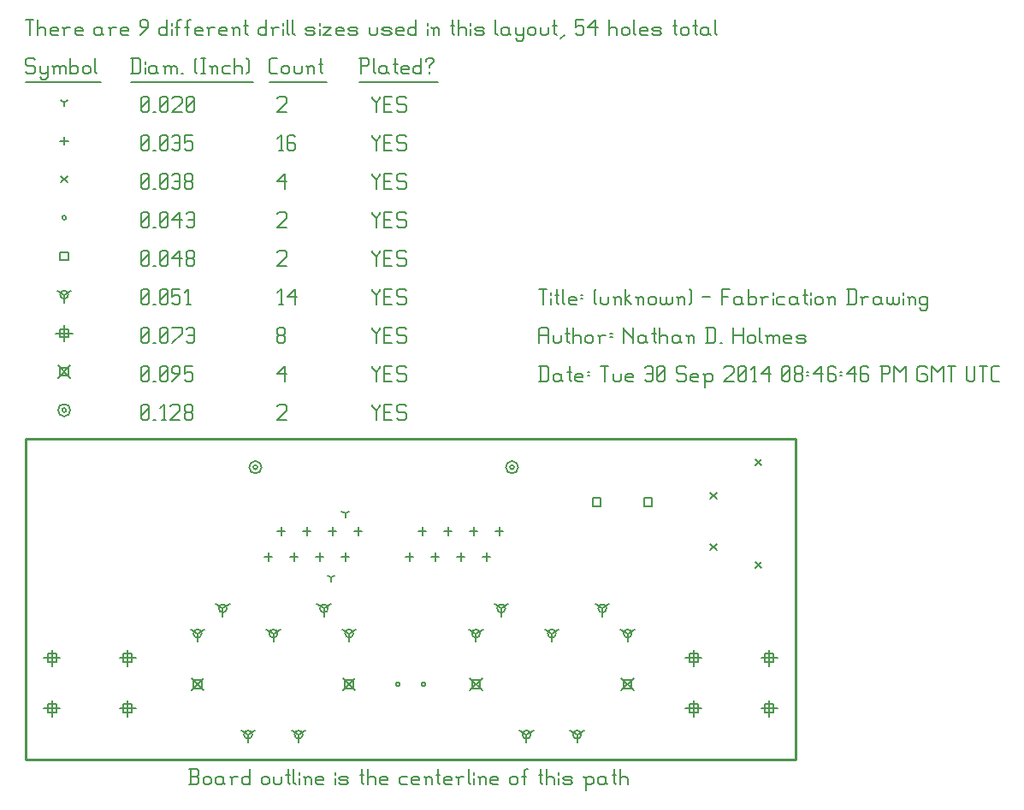
<source format=gbr>
G04 start of page 12 for group -3984 idx -3984 *
G04 Title: (unknown), fab *
G04 Creator: pcb 20110918 *
G04 CreationDate: Tue 30 Sep 2014 08:46:46 PM GMT UTC *
G04 For: ndholmes *
G04 Format: Gerber/RS-274X *
G04 PCB-Dimensions: 300000 125000 *
G04 PCB-Coordinate-Origin: lower left *
%MOIN*%
%FSLAX25Y25*%
%LNFAB*%
%ADD88C,0.0100*%
%ADD87C,0.0060*%
%ADD86C,0.0080*%
G54D86*X188700Y114000D02*G75*G03X190300Y114000I800J0D01*G01*
G75*G03X188700Y114000I-800J0D01*G01*
X187100D02*G75*G03X191900Y114000I2400J0D01*G01*
G75*G03X187100Y114000I-2400J0D01*G01*
X88700D02*G75*G03X90300Y114000I800J0D01*G01*
G75*G03X88700Y114000I-800J0D01*G01*
X87100D02*G75*G03X91900Y114000I2400J0D01*G01*
G75*G03X87100Y114000I-2400J0D01*G01*
X14200Y136250D02*G75*G03X15800Y136250I800J0D01*G01*
G75*G03X14200Y136250I-800J0D01*G01*
X12600D02*G75*G03X17400Y136250I2400J0D01*G01*
G75*G03X12600Y136250I-2400J0D01*G01*
G54D87*X135000Y138500D02*Y137750D01*
X136500Y136250D01*
X138000Y137750D01*
Y138500D02*Y137750D01*
X136500Y136250D02*Y132500D01*
X139800Y135500D02*X142050D01*
X139800Y132500D02*X142800D01*
X139800Y138500D02*Y132500D01*
Y138500D02*X142800D01*
X147600D02*X148350Y137750D01*
X145350Y138500D02*X147600D01*
X144600Y137750D02*X145350Y138500D01*
X144600Y137750D02*Y136250D01*
X145350Y135500D01*
X147600D01*
X148350Y134750D01*
Y133250D01*
X147600Y132500D02*X148350Y133250D01*
X145350Y132500D02*X147600D01*
X144600Y133250D02*X145350Y132500D01*
X98000Y137750D02*X98750Y138500D01*
X101000D01*
X101750Y137750D01*
Y136250D01*
X98000Y132500D02*X101750Y136250D01*
X98000Y132500D02*X101750D01*
X45000Y133250D02*X45750Y132500D01*
X45000Y137750D02*Y133250D01*
Y137750D02*X45750Y138500D01*
X47250D01*
X48000Y137750D01*
Y133250D01*
X47250Y132500D02*X48000Y133250D01*
X45750Y132500D02*X47250D01*
X45000Y134000D02*X48000Y137000D01*
X49800Y132500D02*X50550D01*
X53100D02*X54600D01*
X53850Y138500D02*Y132500D01*
X52350Y137000D02*X53850Y138500D01*
X56400Y137750D02*X57150Y138500D01*
X59400D01*
X60150Y137750D01*
Y136250D01*
X56400Y132500D02*X60150Y136250D01*
X56400Y132500D02*X60150D01*
X61950Y133250D02*X62700Y132500D01*
X61950Y134750D02*Y133250D01*
Y134750D02*X62700Y135500D01*
X64200D01*
X64950Y134750D01*
Y133250D01*
X64200Y132500D02*X64950Y133250D01*
X62700Y132500D02*X64200D01*
X61950Y136250D02*X62700Y135500D01*
X61950Y137750D02*Y136250D01*
Y137750D02*X62700Y138500D01*
X64200D01*
X64950Y137750D01*
Y136250D01*
X64200Y135500D02*X64950Y136250D01*
X232150Y31900D02*X236950Y27100D01*
X232150D02*X236950Y31900D01*
X232950Y31100D02*X236150D01*
X232950D02*Y27900D01*
X236150D01*
Y31100D02*Y27900D01*
X173050Y31900D02*X177850Y27100D01*
X173050D02*X177850Y31900D01*
X173850Y31100D02*X177050D01*
X173850D02*Y27900D01*
X177050D01*
Y31100D02*Y27900D01*
X123650Y31900D02*X128450Y27100D01*
X123650D02*X128450Y31900D01*
X124450Y31100D02*X127650D01*
X124450D02*Y27900D01*
X127650D01*
Y31100D02*Y27900D01*
X64550Y31900D02*X69350Y27100D01*
X64550D02*X69350Y31900D01*
X65350Y31100D02*X68550D01*
X65350D02*Y27900D01*
X68550D01*
Y31100D02*Y27900D01*
X12600Y153650D02*X17400Y148850D01*
X12600D02*X17400Y153650D01*
X13400Y152850D02*X16600D01*
X13400D02*Y149650D01*
X16600D01*
Y152850D02*Y149650D01*
X135000Y153500D02*Y152750D01*
X136500Y151250D01*
X138000Y152750D01*
Y153500D02*Y152750D01*
X136500Y151250D02*Y147500D01*
X139800Y150500D02*X142050D01*
X139800Y147500D02*X142800D01*
X139800Y153500D02*Y147500D01*
Y153500D02*X142800D01*
X147600D02*X148350Y152750D01*
X145350Y153500D02*X147600D01*
X144600Y152750D02*X145350Y153500D01*
X144600Y152750D02*Y151250D01*
X145350Y150500D01*
X147600D01*
X148350Y149750D01*
Y148250D01*
X147600Y147500D02*X148350Y148250D01*
X145350Y147500D02*X147600D01*
X144600Y148250D02*X145350Y147500D01*
X98000Y150500D02*X101000Y153500D01*
X98000Y150500D02*X101750D01*
X101000Y153500D02*Y147500D01*
X45000Y148250D02*X45750Y147500D01*
X45000Y152750D02*Y148250D01*
Y152750D02*X45750Y153500D01*
X47250D01*
X48000Y152750D01*
Y148250D01*
X47250Y147500D02*X48000Y148250D01*
X45750Y147500D02*X47250D01*
X45000Y149000D02*X48000Y152000D01*
X49800Y147500D02*X50550D01*
X52350Y148250D02*X53100Y147500D01*
X52350Y152750D02*Y148250D01*
Y152750D02*X53100Y153500D01*
X54600D01*
X55350Y152750D01*
Y148250D01*
X54600Y147500D02*X55350Y148250D01*
X53100Y147500D02*X54600D01*
X52350Y149000D02*X55350Y152000D01*
X57150Y147500D02*X60150Y150500D01*
Y152750D02*Y150500D01*
X59400Y153500D02*X60150Y152750D01*
X57900Y153500D02*X59400D01*
X57150Y152750D02*X57900Y153500D01*
X57150Y152750D02*Y151250D01*
X57900Y150500D01*
X60150D01*
X61950Y153500D02*X64950D01*
X61950D02*Y150500D01*
X62700Y151250D01*
X64200D01*
X64950Y150500D01*
Y148250D01*
X64200Y147500D02*X64950Y148250D01*
X62700Y147500D02*X64200D01*
X61950Y148250D02*X62700Y147500D01*
X10250Y23200D02*Y16800D01*
X7050Y20000D02*X13450D01*
X8650Y21600D02*X11850D01*
X8650D02*Y18400D01*
X11850D01*
Y21600D02*Y18400D01*
X10250Y42900D02*Y36500D01*
X7050Y39700D02*X13450D01*
X8650Y41300D02*X11850D01*
X8650D02*Y38100D01*
X11850D01*
Y41300D02*Y38100D01*
X39750Y23200D02*Y16800D01*
X36550Y20000D02*X42950D01*
X38150Y21600D02*X41350D01*
X38150D02*Y18400D01*
X41350D01*
Y21600D02*Y18400D01*
X39750Y42900D02*Y36500D01*
X36550Y39700D02*X42950D01*
X38150Y41300D02*X41350D01*
X38150D02*Y38100D01*
X41350D01*
Y41300D02*Y38100D01*
X260250Y23200D02*Y16800D01*
X257050Y20000D02*X263450D01*
X258650Y21600D02*X261850D01*
X258650D02*Y18400D01*
X261850D01*
Y21600D02*Y18400D01*
X260250Y42900D02*Y36500D01*
X257050Y39700D02*X263450D01*
X258650Y41300D02*X261850D01*
X258650D02*Y38100D01*
X261850D01*
Y41300D02*Y38100D01*
X289750Y23200D02*Y16800D01*
X286550Y20000D02*X292950D01*
X288150Y21600D02*X291350D01*
X288150D02*Y18400D01*
X291350D01*
Y21600D02*Y18400D01*
X289750Y42900D02*Y36500D01*
X286550Y39700D02*X292950D01*
X288150Y41300D02*X291350D01*
X288150D02*Y38100D01*
X291350D01*
Y41300D02*Y38100D01*
X15000Y169450D02*Y163050D01*
X11800Y166250D02*X18200D01*
X13400Y167850D02*X16600D01*
X13400D02*Y164650D01*
X16600D01*
Y167850D02*Y164650D01*
X135000Y168500D02*Y167750D01*
X136500Y166250D01*
X138000Y167750D01*
Y168500D02*Y167750D01*
X136500Y166250D02*Y162500D01*
X139800Y165500D02*X142050D01*
X139800Y162500D02*X142800D01*
X139800Y168500D02*Y162500D01*
Y168500D02*X142800D01*
X147600D02*X148350Y167750D01*
X145350Y168500D02*X147600D01*
X144600Y167750D02*X145350Y168500D01*
X144600Y167750D02*Y166250D01*
X145350Y165500D01*
X147600D01*
X148350Y164750D01*
Y163250D01*
X147600Y162500D02*X148350Y163250D01*
X145350Y162500D02*X147600D01*
X144600Y163250D02*X145350Y162500D01*
X98000Y163250D02*X98750Y162500D01*
X98000Y164750D02*Y163250D01*
Y164750D02*X98750Y165500D01*
X100250D01*
X101000Y164750D01*
Y163250D01*
X100250Y162500D02*X101000Y163250D01*
X98750Y162500D02*X100250D01*
X98000Y166250D02*X98750Y165500D01*
X98000Y167750D02*Y166250D01*
Y167750D02*X98750Y168500D01*
X100250D01*
X101000Y167750D01*
Y166250D01*
X100250Y165500D02*X101000Y166250D01*
X45000Y163250D02*X45750Y162500D01*
X45000Y167750D02*Y163250D01*
Y167750D02*X45750Y168500D01*
X47250D01*
X48000Y167750D01*
Y163250D01*
X47250Y162500D02*X48000Y163250D01*
X45750Y162500D02*X47250D01*
X45000Y164000D02*X48000Y167000D01*
X49800Y162500D02*X50550D01*
X52350Y163250D02*X53100Y162500D01*
X52350Y167750D02*Y163250D01*
Y167750D02*X53100Y168500D01*
X54600D01*
X55350Y167750D01*
Y163250D01*
X54600Y162500D02*X55350Y163250D01*
X53100Y162500D02*X54600D01*
X52350Y164000D02*X55350Y167000D01*
X57150Y162500D02*X60900Y166250D01*
Y168500D02*Y166250D01*
X57150Y168500D02*X60900D01*
X62700Y167750D02*X63450Y168500D01*
X64950D01*
X65700Y167750D01*
Y163250D01*
X64950Y162500D02*X65700Y163250D01*
X63450Y162500D02*X64950D01*
X62700Y163250D02*X63450Y162500D01*
Y165500D02*X65700D01*
X214850Y9800D02*Y6600D01*
Y9800D02*X217623Y11400D01*
X214850Y9800D02*X212077Y11400D01*
X213250Y9800D02*G75*G03X216450Y9800I1600J0D01*G01*
G75*G03X213250Y9800I-1600J0D01*G01*
X195150D02*Y6600D01*
Y9800D02*X197923Y11400D01*
X195150Y9800D02*X192377Y11400D01*
X193550Y9800D02*G75*G03X196750Y9800I1600J0D01*G01*
G75*G03X193550Y9800I-1600J0D01*G01*
X234550Y49200D02*Y46000D01*
Y49200D02*X237323Y50800D01*
X234550Y49200D02*X231777Y50800D01*
X232950Y49200D02*G75*G03X236150Y49200I1600J0D01*G01*
G75*G03X232950Y49200I-1600J0D01*G01*
X205000D02*Y46000D01*
Y49200D02*X207773Y50800D01*
X205000Y49200D02*X202227Y50800D01*
X203400Y49200D02*G75*G03X206600Y49200I1600J0D01*G01*
G75*G03X203400Y49200I-1600J0D01*G01*
X175450D02*Y46000D01*
Y49200D02*X178223Y50800D01*
X175450Y49200D02*X172677Y50800D01*
X173850Y49200D02*G75*G03X177050Y49200I1600J0D01*G01*
G75*G03X173850Y49200I-1600J0D01*G01*
X224700Y59000D02*Y55800D01*
Y59000D02*X227473Y60600D01*
X224700Y59000D02*X221927Y60600D01*
X223100Y59000D02*G75*G03X226300Y59000I1600J0D01*G01*
G75*G03X223100Y59000I-1600J0D01*G01*
X185300D02*Y55800D01*
Y59000D02*X188073Y60600D01*
X185300Y59000D02*X182527Y60600D01*
X183700Y59000D02*G75*G03X186900Y59000I1600J0D01*G01*
G75*G03X183700Y59000I-1600J0D01*G01*
X106350Y9800D02*Y6600D01*
Y9800D02*X109123Y11400D01*
X106350Y9800D02*X103577Y11400D01*
X104750Y9800D02*G75*G03X107950Y9800I1600J0D01*G01*
G75*G03X104750Y9800I-1600J0D01*G01*
X86650D02*Y6600D01*
Y9800D02*X89423Y11400D01*
X86650Y9800D02*X83877Y11400D01*
X85050Y9800D02*G75*G03X88250Y9800I1600J0D01*G01*
G75*G03X85050Y9800I-1600J0D01*G01*
X126050Y49200D02*Y46000D01*
Y49200D02*X128823Y50800D01*
X126050Y49200D02*X123277Y50800D01*
X124450Y49200D02*G75*G03X127650Y49200I1600J0D01*G01*
G75*G03X124450Y49200I-1600J0D01*G01*
X96500D02*Y46000D01*
Y49200D02*X99273Y50800D01*
X96500Y49200D02*X93727Y50800D01*
X94900Y49200D02*G75*G03X98100Y49200I1600J0D01*G01*
G75*G03X94900Y49200I-1600J0D01*G01*
X66950D02*Y46000D01*
Y49200D02*X69723Y50800D01*
X66950Y49200D02*X64177Y50800D01*
X65350Y49200D02*G75*G03X68550Y49200I1600J0D01*G01*
G75*G03X65350Y49200I-1600J0D01*G01*
X116200Y59000D02*Y55800D01*
Y59000D02*X118973Y60600D01*
X116200Y59000D02*X113427Y60600D01*
X114600Y59000D02*G75*G03X117800Y59000I1600J0D01*G01*
G75*G03X114600Y59000I-1600J0D01*G01*
X76800D02*Y55800D01*
Y59000D02*X79573Y60600D01*
X76800Y59000D02*X74027Y60600D01*
X75200Y59000D02*G75*G03X78400Y59000I1600J0D01*G01*
G75*G03X75200Y59000I-1600J0D01*G01*
X15000Y181250D02*Y178050D01*
Y181250D02*X17773Y182850D01*
X15000Y181250D02*X12227Y182850D01*
X13400Y181250D02*G75*G03X16600Y181250I1600J0D01*G01*
G75*G03X13400Y181250I-1600J0D01*G01*
X135000Y183500D02*Y182750D01*
X136500Y181250D01*
X138000Y182750D01*
Y183500D02*Y182750D01*
X136500Y181250D02*Y177500D01*
X139800Y180500D02*X142050D01*
X139800Y177500D02*X142800D01*
X139800Y183500D02*Y177500D01*
Y183500D02*X142800D01*
X147600D02*X148350Y182750D01*
X145350Y183500D02*X147600D01*
X144600Y182750D02*X145350Y183500D01*
X144600Y182750D02*Y181250D01*
X145350Y180500D01*
X147600D01*
X148350Y179750D01*
Y178250D01*
X147600Y177500D02*X148350Y178250D01*
X145350Y177500D02*X147600D01*
X144600Y178250D02*X145350Y177500D01*
X98750D02*X100250D01*
X99500Y183500D02*Y177500D01*
X98000Y182000D02*X99500Y183500D01*
X102050Y180500D02*X105050Y183500D01*
X102050Y180500D02*X105800D01*
X105050Y183500D02*Y177500D01*
X45000Y178250D02*X45750Y177500D01*
X45000Y182750D02*Y178250D01*
Y182750D02*X45750Y183500D01*
X47250D01*
X48000Y182750D01*
Y178250D01*
X47250Y177500D02*X48000Y178250D01*
X45750Y177500D02*X47250D01*
X45000Y179000D02*X48000Y182000D01*
X49800Y177500D02*X50550D01*
X52350Y178250D02*X53100Y177500D01*
X52350Y182750D02*Y178250D01*
Y182750D02*X53100Y183500D01*
X54600D01*
X55350Y182750D01*
Y178250D01*
X54600Y177500D02*X55350Y178250D01*
X53100Y177500D02*X54600D01*
X52350Y179000D02*X55350Y182000D01*
X57150Y183500D02*X60150D01*
X57150D02*Y180500D01*
X57900Y181250D01*
X59400D01*
X60150Y180500D01*
Y178250D01*
X59400Y177500D02*X60150Y178250D01*
X57900Y177500D02*X59400D01*
X57150Y178250D02*X57900Y177500D01*
X62700D02*X64200D01*
X63450Y183500D02*Y177500D01*
X61950Y182000D02*X63450Y183500D01*
X240900Y102100D02*X244100D01*
X240900D02*Y98900D01*
X244100D01*
Y102100D02*Y98900D01*
X220900Y102100D02*X224100D01*
X220900D02*Y98900D01*
X224100D01*
Y102100D02*Y98900D01*
X13400Y197850D02*X16600D01*
X13400D02*Y194650D01*
X16600D01*
Y197850D02*Y194650D01*
X135000Y198500D02*Y197750D01*
X136500Y196250D01*
X138000Y197750D01*
Y198500D02*Y197750D01*
X136500Y196250D02*Y192500D01*
X139800Y195500D02*X142050D01*
X139800Y192500D02*X142800D01*
X139800Y198500D02*Y192500D01*
Y198500D02*X142800D01*
X147600D02*X148350Y197750D01*
X145350Y198500D02*X147600D01*
X144600Y197750D02*X145350Y198500D01*
X144600Y197750D02*Y196250D01*
X145350Y195500D01*
X147600D01*
X148350Y194750D01*
Y193250D01*
X147600Y192500D02*X148350Y193250D01*
X145350Y192500D02*X147600D01*
X144600Y193250D02*X145350Y192500D01*
X98000Y197750D02*X98750Y198500D01*
X101000D01*
X101750Y197750D01*
Y196250D01*
X98000Y192500D02*X101750Y196250D01*
X98000Y192500D02*X101750D01*
X45000Y193250D02*X45750Y192500D01*
X45000Y197750D02*Y193250D01*
Y197750D02*X45750Y198500D01*
X47250D01*
X48000Y197750D01*
Y193250D01*
X47250Y192500D02*X48000Y193250D01*
X45750Y192500D02*X47250D01*
X45000Y194000D02*X48000Y197000D01*
X49800Y192500D02*X50550D01*
X52350Y193250D02*X53100Y192500D01*
X52350Y197750D02*Y193250D01*
Y197750D02*X53100Y198500D01*
X54600D01*
X55350Y197750D01*
Y193250D01*
X54600Y192500D02*X55350Y193250D01*
X53100Y192500D02*X54600D01*
X52350Y194000D02*X55350Y197000D01*
X57150Y195500D02*X60150Y198500D01*
X57150Y195500D02*X60900D01*
X60150Y198500D02*Y192500D01*
X62700Y193250D02*X63450Y192500D01*
X62700Y194750D02*Y193250D01*
Y194750D02*X63450Y195500D01*
X64950D01*
X65700Y194750D01*
Y193250D01*
X64950Y192500D02*X65700Y193250D01*
X63450Y192500D02*X64950D01*
X62700Y196250D02*X63450Y195500D01*
X62700Y197750D02*Y196250D01*
Y197750D02*X63450Y198500D01*
X64950D01*
X65700Y197750D01*
Y196250D01*
X64950Y195500D02*X65700Y196250D01*
X144200Y29500D02*G75*G03X145800Y29500I800J0D01*G01*
G75*G03X144200Y29500I-800J0D01*G01*
X154200D02*G75*G03X155800Y29500I800J0D01*G01*
G75*G03X154200Y29500I-800J0D01*G01*
X14200Y211250D02*G75*G03X15800Y211250I800J0D01*G01*
G75*G03X14200Y211250I-800J0D01*G01*
X135000Y213500D02*Y212750D01*
X136500Y211250D01*
X138000Y212750D01*
Y213500D02*Y212750D01*
X136500Y211250D02*Y207500D01*
X139800Y210500D02*X142050D01*
X139800Y207500D02*X142800D01*
X139800Y213500D02*Y207500D01*
Y213500D02*X142800D01*
X147600D02*X148350Y212750D01*
X145350Y213500D02*X147600D01*
X144600Y212750D02*X145350Y213500D01*
X144600Y212750D02*Y211250D01*
X145350Y210500D01*
X147600D01*
X148350Y209750D01*
Y208250D01*
X147600Y207500D02*X148350Y208250D01*
X145350Y207500D02*X147600D01*
X144600Y208250D02*X145350Y207500D01*
X98000Y212750D02*X98750Y213500D01*
X101000D01*
X101750Y212750D01*
Y211250D01*
X98000Y207500D02*X101750Y211250D01*
X98000Y207500D02*X101750D01*
X45000Y208250D02*X45750Y207500D01*
X45000Y212750D02*Y208250D01*
Y212750D02*X45750Y213500D01*
X47250D01*
X48000Y212750D01*
Y208250D01*
X47250Y207500D02*X48000Y208250D01*
X45750Y207500D02*X47250D01*
X45000Y209000D02*X48000Y212000D01*
X49800Y207500D02*X50550D01*
X52350Y208250D02*X53100Y207500D01*
X52350Y212750D02*Y208250D01*
Y212750D02*X53100Y213500D01*
X54600D01*
X55350Y212750D01*
Y208250D01*
X54600Y207500D02*X55350Y208250D01*
X53100Y207500D02*X54600D01*
X52350Y209000D02*X55350Y212000D01*
X57150Y210500D02*X60150Y213500D01*
X57150Y210500D02*X60900D01*
X60150Y213500D02*Y207500D01*
X62700Y212750D02*X63450Y213500D01*
X64950D01*
X65700Y212750D01*
Y208250D01*
X64950Y207500D02*X65700Y208250D01*
X63450Y207500D02*X64950D01*
X62700Y208250D02*X63450Y207500D01*
Y210500D02*X65700D01*
X284300Y77200D02*X286700Y74800D01*
X284300D02*X286700Y77200D01*
X284300Y117200D02*X286700Y114800D01*
X284300D02*X286700Y117200D01*
X266800Y104200D02*X269200Y101800D01*
X266800D02*X269200Y104200D01*
X266800Y84200D02*X269200Y81800D01*
X266800D02*X269200Y84200D01*
X13800Y227450D02*X16200Y225050D01*
X13800D02*X16200Y227450D01*
X135000Y228500D02*Y227750D01*
X136500Y226250D01*
X138000Y227750D01*
Y228500D02*Y227750D01*
X136500Y226250D02*Y222500D01*
X139800Y225500D02*X142050D01*
X139800Y222500D02*X142800D01*
X139800Y228500D02*Y222500D01*
Y228500D02*X142800D01*
X147600D02*X148350Y227750D01*
X145350Y228500D02*X147600D01*
X144600Y227750D02*X145350Y228500D01*
X144600Y227750D02*Y226250D01*
X145350Y225500D01*
X147600D01*
X148350Y224750D01*
Y223250D01*
X147600Y222500D02*X148350Y223250D01*
X145350Y222500D02*X147600D01*
X144600Y223250D02*X145350Y222500D01*
X98000Y225500D02*X101000Y228500D01*
X98000Y225500D02*X101750D01*
X101000Y228500D02*Y222500D01*
X45000Y223250D02*X45750Y222500D01*
X45000Y227750D02*Y223250D01*
Y227750D02*X45750Y228500D01*
X47250D01*
X48000Y227750D01*
Y223250D01*
X47250Y222500D02*X48000Y223250D01*
X45750Y222500D02*X47250D01*
X45000Y224000D02*X48000Y227000D01*
X49800Y222500D02*X50550D01*
X52350Y223250D02*X53100Y222500D01*
X52350Y227750D02*Y223250D01*
Y227750D02*X53100Y228500D01*
X54600D01*
X55350Y227750D01*
Y223250D01*
X54600Y222500D02*X55350Y223250D01*
X53100Y222500D02*X54600D01*
X52350Y224000D02*X55350Y227000D01*
X57150Y227750D02*X57900Y228500D01*
X59400D01*
X60150Y227750D01*
Y223250D01*
X59400Y222500D02*X60150Y223250D01*
X57900Y222500D02*X59400D01*
X57150Y223250D02*X57900Y222500D01*
Y225500D02*X60150D01*
X61950Y223250D02*X62700Y222500D01*
X61950Y224750D02*Y223250D01*
Y224750D02*X62700Y225500D01*
X64200D01*
X64950Y224750D01*
Y223250D01*
X64200Y222500D02*X64950Y223250D01*
X62700Y222500D02*X64200D01*
X61950Y226250D02*X62700Y225500D01*
X61950Y227750D02*Y226250D01*
Y227750D02*X62700Y228500D01*
X64200D01*
X64950Y227750D01*
Y226250D01*
X64200Y225500D02*X64950Y226250D01*
X184500Y90600D02*Y87400D01*
X182900Y89000D02*X186100D01*
X179500Y80600D02*Y77400D01*
X177900Y79000D02*X181100D01*
X174500Y90600D02*Y87400D01*
X172900Y89000D02*X176100D01*
X169500Y80600D02*Y77400D01*
X167900Y79000D02*X171100D01*
X164500Y90600D02*Y87400D01*
X162900Y89000D02*X166100D01*
X159500Y80600D02*Y77400D01*
X157900Y79000D02*X161100D01*
X154500Y90600D02*Y87400D01*
X152900Y89000D02*X156100D01*
X149500Y80600D02*Y77400D01*
X147900Y79000D02*X151100D01*
X129500Y90600D02*Y87400D01*
X127900Y89000D02*X131100D01*
X124500Y80600D02*Y77400D01*
X122900Y79000D02*X126100D01*
X119500Y90600D02*Y87400D01*
X117900Y89000D02*X121100D01*
X114500Y80600D02*Y77400D01*
X112900Y79000D02*X116100D01*
X109500Y90600D02*Y87400D01*
X107900Y89000D02*X111100D01*
X104500Y80600D02*Y77400D01*
X102900Y79000D02*X106100D01*
X99500Y90600D02*Y87400D01*
X97900Y89000D02*X101100D01*
X94500Y80600D02*Y77400D01*
X92900Y79000D02*X96100D01*
X15000Y242850D02*Y239650D01*
X13400Y241250D02*X16600D01*
X135000Y243500D02*Y242750D01*
X136500Y241250D01*
X138000Y242750D01*
Y243500D02*Y242750D01*
X136500Y241250D02*Y237500D01*
X139800Y240500D02*X142050D01*
X139800Y237500D02*X142800D01*
X139800Y243500D02*Y237500D01*
Y243500D02*X142800D01*
X147600D02*X148350Y242750D01*
X145350Y243500D02*X147600D01*
X144600Y242750D02*X145350Y243500D01*
X144600Y242750D02*Y241250D01*
X145350Y240500D01*
X147600D01*
X148350Y239750D01*
Y238250D01*
X147600Y237500D02*X148350Y238250D01*
X145350Y237500D02*X147600D01*
X144600Y238250D02*X145350Y237500D01*
X98750D02*X100250D01*
X99500Y243500D02*Y237500D01*
X98000Y242000D02*X99500Y243500D01*
X104300D02*X105050Y242750D01*
X102800Y243500D02*X104300D01*
X102050Y242750D02*X102800Y243500D01*
X102050Y242750D02*Y238250D01*
X102800Y237500D01*
X104300Y240500D02*X105050Y239750D01*
X102050Y240500D02*X104300D01*
X102800Y237500D02*X104300D01*
X105050Y238250D01*
Y239750D02*Y238250D01*
X45000D02*X45750Y237500D01*
X45000Y242750D02*Y238250D01*
Y242750D02*X45750Y243500D01*
X47250D01*
X48000Y242750D01*
Y238250D01*
X47250Y237500D02*X48000Y238250D01*
X45750Y237500D02*X47250D01*
X45000Y239000D02*X48000Y242000D01*
X49800Y237500D02*X50550D01*
X52350Y238250D02*X53100Y237500D01*
X52350Y242750D02*Y238250D01*
Y242750D02*X53100Y243500D01*
X54600D01*
X55350Y242750D01*
Y238250D01*
X54600Y237500D02*X55350Y238250D01*
X53100Y237500D02*X54600D01*
X52350Y239000D02*X55350Y242000D01*
X57150Y242750D02*X57900Y243500D01*
X59400D01*
X60150Y242750D01*
Y238250D01*
X59400Y237500D02*X60150Y238250D01*
X57900Y237500D02*X59400D01*
X57150Y238250D02*X57900Y237500D01*
Y240500D02*X60150D01*
X61950Y243500D02*X64950D01*
X61950D02*Y240500D01*
X62700Y241250D01*
X64200D01*
X64950Y240500D01*
Y238250D01*
X64200Y237500D02*X64950Y238250D01*
X62700Y237500D02*X64200D01*
X61950Y238250D02*X62700Y237500D01*
X124500Y96000D02*Y94400D01*
Y96000D02*X125887Y96800D01*
X124500Y96000D02*X123113Y96800D01*
X119000Y71000D02*Y69400D01*
Y71000D02*X120387Y71800D01*
X119000Y71000D02*X117613Y71800D01*
X15000Y256250D02*Y254650D01*
Y256250D02*X16387Y257050D01*
X15000Y256250D02*X13613Y257050D01*
X135000Y258500D02*Y257750D01*
X136500Y256250D01*
X138000Y257750D01*
Y258500D02*Y257750D01*
X136500Y256250D02*Y252500D01*
X139800Y255500D02*X142050D01*
X139800Y252500D02*X142800D01*
X139800Y258500D02*Y252500D01*
Y258500D02*X142800D01*
X147600D02*X148350Y257750D01*
X145350Y258500D02*X147600D01*
X144600Y257750D02*X145350Y258500D01*
X144600Y257750D02*Y256250D01*
X145350Y255500D01*
X147600D01*
X148350Y254750D01*
Y253250D01*
X147600Y252500D02*X148350Y253250D01*
X145350Y252500D02*X147600D01*
X144600Y253250D02*X145350Y252500D01*
X98000Y257750D02*X98750Y258500D01*
X101000D01*
X101750Y257750D01*
Y256250D01*
X98000Y252500D02*X101750Y256250D01*
X98000Y252500D02*X101750D01*
X45000Y253250D02*X45750Y252500D01*
X45000Y257750D02*Y253250D01*
Y257750D02*X45750Y258500D01*
X47250D01*
X48000Y257750D01*
Y253250D01*
X47250Y252500D02*X48000Y253250D01*
X45750Y252500D02*X47250D01*
X45000Y254000D02*X48000Y257000D01*
X49800Y252500D02*X50550D01*
X52350Y253250D02*X53100Y252500D01*
X52350Y257750D02*Y253250D01*
Y257750D02*X53100Y258500D01*
X54600D01*
X55350Y257750D01*
Y253250D01*
X54600Y252500D02*X55350Y253250D01*
X53100Y252500D02*X54600D01*
X52350Y254000D02*X55350Y257000D01*
X57150Y257750D02*X57900Y258500D01*
X60150D01*
X60900Y257750D01*
Y256250D01*
X57150Y252500D02*X60900Y256250D01*
X57150Y252500D02*X60900D01*
X62700Y253250D02*X63450Y252500D01*
X62700Y257750D02*Y253250D01*
Y257750D02*X63450Y258500D01*
X64950D01*
X65700Y257750D01*
Y253250D01*
X64950Y252500D02*X65700Y253250D01*
X63450Y252500D02*X64950D01*
X62700Y254000D02*X65700Y257000D01*
X3000Y273500D02*X3750Y272750D01*
X750Y273500D02*X3000D01*
X0Y272750D02*X750Y273500D01*
X0Y272750D02*Y271250D01*
X750Y270500D01*
X3000D01*
X3750Y269750D01*
Y268250D01*
X3000Y267500D02*X3750Y268250D01*
X750Y267500D02*X3000D01*
X0Y268250D02*X750Y267500D01*
X5550Y270500D02*Y268250D01*
X6300Y267500D01*
X8550Y270500D02*Y266000D01*
X7800Y265250D02*X8550Y266000D01*
X6300Y265250D02*X7800D01*
X5550Y266000D02*X6300Y265250D01*
Y267500D02*X7800D01*
X8550Y268250D01*
X11100Y269750D02*Y267500D01*
Y269750D02*X11850Y270500D01*
X12600D01*
X13350Y269750D01*
Y267500D01*
Y269750D02*X14100Y270500D01*
X14850D01*
X15600Y269750D01*
Y267500D01*
X10350Y270500D02*X11100Y269750D01*
X17400Y273500D02*Y267500D01*
Y268250D02*X18150Y267500D01*
X19650D01*
X20400Y268250D01*
Y269750D02*Y268250D01*
X19650Y270500D02*X20400Y269750D01*
X18150Y270500D02*X19650D01*
X17400Y269750D02*X18150Y270500D01*
X22200Y269750D02*Y268250D01*
Y269750D02*X22950Y270500D01*
X24450D01*
X25200Y269750D01*
Y268250D01*
X24450Y267500D02*X25200Y268250D01*
X22950Y267500D02*X24450D01*
X22200Y268250D02*X22950Y267500D01*
X27000Y273500D02*Y268250D01*
X27750Y267500D01*
X0Y264250D02*X29250D01*
X41750Y273500D02*Y267500D01*
X44000Y273500D02*X44750Y272750D01*
Y268250D01*
X44000Y267500D02*X44750Y268250D01*
X41000Y267500D02*X44000D01*
X41000Y273500D02*X44000D01*
X46550Y272000D02*Y271250D01*
Y269750D02*Y267500D01*
X50300Y270500D02*X51050Y269750D01*
X48800Y270500D02*X50300D01*
X48050Y269750D02*X48800Y270500D01*
X48050Y269750D02*Y268250D01*
X48800Y267500D01*
X51050Y270500D02*Y268250D01*
X51800Y267500D01*
X48800D02*X50300D01*
X51050Y268250D01*
X54350Y269750D02*Y267500D01*
Y269750D02*X55100Y270500D01*
X55850D01*
X56600Y269750D01*
Y267500D01*
Y269750D02*X57350Y270500D01*
X58100D01*
X58850Y269750D01*
Y267500D01*
X53600Y270500D02*X54350Y269750D01*
X60650Y267500D02*X61400D01*
X65900Y268250D02*X66650Y267500D01*
X65900Y272750D02*X66650Y273500D01*
X65900Y272750D02*Y268250D01*
X68450Y273500D02*X69950D01*
X69200D02*Y267500D01*
X68450D02*X69950D01*
X72500Y269750D02*Y267500D01*
Y269750D02*X73250Y270500D01*
X74000D01*
X74750Y269750D01*
Y267500D01*
X71750Y270500D02*X72500Y269750D01*
X77300Y270500D02*X79550D01*
X76550Y269750D02*X77300Y270500D01*
X76550Y269750D02*Y268250D01*
X77300Y267500D01*
X79550D01*
X81350Y273500D02*Y267500D01*
Y269750D02*X82100Y270500D01*
X83600D01*
X84350Y269750D01*
Y267500D01*
X86150Y273500D02*X86900Y272750D01*
Y268250D01*
X86150Y267500D02*X86900Y268250D01*
X41000Y264250D02*X88700D01*
X95750Y267500D02*X98000D01*
X95000Y268250D02*X95750Y267500D01*
X95000Y272750D02*Y268250D01*
Y272750D02*X95750Y273500D01*
X98000D01*
X99800Y269750D02*Y268250D01*
Y269750D02*X100550Y270500D01*
X102050D01*
X102800Y269750D01*
Y268250D01*
X102050Y267500D02*X102800Y268250D01*
X100550Y267500D02*X102050D01*
X99800Y268250D02*X100550Y267500D01*
X104600Y270500D02*Y268250D01*
X105350Y267500D01*
X106850D01*
X107600Y268250D01*
Y270500D02*Y268250D01*
X110150Y269750D02*Y267500D01*
Y269750D02*X110900Y270500D01*
X111650D01*
X112400Y269750D01*
Y267500D01*
X109400Y270500D02*X110150Y269750D01*
X114950Y273500D02*Y268250D01*
X115700Y267500D01*
X114200Y271250D02*X115700D01*
X95000Y264250D02*X117200D01*
X130750Y273500D02*Y267500D01*
X130000Y273500D02*X133000D01*
X133750Y272750D01*
Y271250D01*
X133000Y270500D02*X133750Y271250D01*
X130750Y270500D02*X133000D01*
X135550Y273500D02*Y268250D01*
X136300Y267500D01*
X140050Y270500D02*X140800Y269750D01*
X138550Y270500D02*X140050D01*
X137800Y269750D02*X138550Y270500D01*
X137800Y269750D02*Y268250D01*
X138550Y267500D01*
X140800Y270500D02*Y268250D01*
X141550Y267500D01*
X138550D02*X140050D01*
X140800Y268250D01*
X144100Y273500D02*Y268250D01*
X144850Y267500D01*
X143350Y271250D02*X144850D01*
X147100Y267500D02*X149350D01*
X146350Y268250D02*X147100Y267500D01*
X146350Y269750D02*Y268250D01*
Y269750D02*X147100Y270500D01*
X148600D01*
X149350Y269750D01*
X146350Y269000D02*X149350D01*
Y269750D02*Y269000D01*
X154150Y273500D02*Y267500D01*
X153400D02*X154150Y268250D01*
X151900Y267500D02*X153400D01*
X151150Y268250D02*X151900Y267500D01*
X151150Y269750D02*Y268250D01*
Y269750D02*X151900Y270500D01*
X153400D01*
X154150Y269750D01*
X157450Y270500D02*Y269750D01*
Y268250D02*Y267500D01*
X155950Y272750D02*Y272000D01*
Y272750D02*X156700Y273500D01*
X158200D01*
X158950Y272750D01*
Y272000D01*
X157450Y270500D02*X158950Y272000D01*
X130000Y264250D02*X160750D01*
X0Y288500D02*X3000D01*
X1500D02*Y282500D01*
X4800Y288500D02*Y282500D01*
Y284750D02*X5550Y285500D01*
X7050D01*
X7800Y284750D01*
Y282500D01*
X10350D02*X12600D01*
X9600Y283250D02*X10350Y282500D01*
X9600Y284750D02*Y283250D01*
Y284750D02*X10350Y285500D01*
X11850D01*
X12600Y284750D01*
X9600Y284000D02*X12600D01*
Y284750D02*Y284000D01*
X15150Y284750D02*Y282500D01*
Y284750D02*X15900Y285500D01*
X17400D01*
X14400D02*X15150Y284750D01*
X19950Y282500D02*X22200D01*
X19200Y283250D02*X19950Y282500D01*
X19200Y284750D02*Y283250D01*
Y284750D02*X19950Y285500D01*
X21450D01*
X22200Y284750D01*
X19200Y284000D02*X22200D01*
Y284750D02*Y284000D01*
X28950Y285500D02*X29700Y284750D01*
X27450Y285500D02*X28950D01*
X26700Y284750D02*X27450Y285500D01*
X26700Y284750D02*Y283250D01*
X27450Y282500D01*
X29700Y285500D02*Y283250D01*
X30450Y282500D01*
X27450D02*X28950D01*
X29700Y283250D01*
X33000Y284750D02*Y282500D01*
Y284750D02*X33750Y285500D01*
X35250D01*
X32250D02*X33000Y284750D01*
X37800Y282500D02*X40050D01*
X37050Y283250D02*X37800Y282500D01*
X37050Y284750D02*Y283250D01*
Y284750D02*X37800Y285500D01*
X39300D01*
X40050Y284750D01*
X37050Y284000D02*X40050D01*
Y284750D02*Y284000D01*
X44550Y282500D02*X47550Y285500D01*
Y287750D02*Y285500D01*
X46800Y288500D02*X47550Y287750D01*
X45300Y288500D02*X46800D01*
X44550Y287750D02*X45300Y288500D01*
X44550Y287750D02*Y286250D01*
X45300Y285500D01*
X47550D01*
X55050Y288500D02*Y282500D01*
X54300D02*X55050Y283250D01*
X52800Y282500D02*X54300D01*
X52050Y283250D02*X52800Y282500D01*
X52050Y284750D02*Y283250D01*
Y284750D02*X52800Y285500D01*
X54300D01*
X55050Y284750D01*
X56850Y287000D02*Y286250D01*
Y284750D02*Y282500D01*
X59100Y287750D02*Y282500D01*
Y287750D02*X59850Y288500D01*
X60600D01*
X58350Y285500D02*X59850D01*
X62850Y287750D02*Y282500D01*
Y287750D02*X63600Y288500D01*
X64350D01*
X62100Y285500D02*X63600D01*
X66600Y282500D02*X68850D01*
X65850Y283250D02*X66600Y282500D01*
X65850Y284750D02*Y283250D01*
Y284750D02*X66600Y285500D01*
X68100D01*
X68850Y284750D01*
X65850Y284000D02*X68850D01*
Y284750D02*Y284000D01*
X71400Y284750D02*Y282500D01*
Y284750D02*X72150Y285500D01*
X73650D01*
X70650D02*X71400Y284750D01*
X76200Y282500D02*X78450D01*
X75450Y283250D02*X76200Y282500D01*
X75450Y284750D02*Y283250D01*
Y284750D02*X76200Y285500D01*
X77700D01*
X78450Y284750D01*
X75450Y284000D02*X78450D01*
Y284750D02*Y284000D01*
X81000Y284750D02*Y282500D01*
Y284750D02*X81750Y285500D01*
X82500D01*
X83250Y284750D01*
Y282500D01*
X80250Y285500D02*X81000Y284750D01*
X85800Y288500D02*Y283250D01*
X86550Y282500D01*
X85050Y286250D02*X86550D01*
X93750Y288500D02*Y282500D01*
X93000D02*X93750Y283250D01*
X91500Y282500D02*X93000D01*
X90750Y283250D02*X91500Y282500D01*
X90750Y284750D02*Y283250D01*
Y284750D02*X91500Y285500D01*
X93000D01*
X93750Y284750D01*
X96300D02*Y282500D01*
Y284750D02*X97050Y285500D01*
X98550D01*
X95550D02*X96300Y284750D01*
X100350Y287000D02*Y286250D01*
Y284750D02*Y282500D01*
X101850Y288500D02*Y283250D01*
X102600Y282500D01*
X104100Y288500D02*Y283250D01*
X104850Y282500D01*
X109800D02*X112050D01*
X112800Y283250D01*
X112050Y284000D02*X112800Y283250D01*
X109800Y284000D02*X112050D01*
X109050Y284750D02*X109800Y284000D01*
X109050Y284750D02*X109800Y285500D01*
X112050D01*
X112800Y284750D01*
X109050Y283250D02*X109800Y282500D01*
X114600Y287000D02*Y286250D01*
Y284750D02*Y282500D01*
X116100Y285500D02*X119100D01*
X116100Y282500D02*X119100Y285500D01*
X116100Y282500D02*X119100D01*
X121650D02*X123900D01*
X120900Y283250D02*X121650Y282500D01*
X120900Y284750D02*Y283250D01*
Y284750D02*X121650Y285500D01*
X123150D01*
X123900Y284750D01*
X120900Y284000D02*X123900D01*
Y284750D02*Y284000D01*
X126450Y282500D02*X128700D01*
X129450Y283250D01*
X128700Y284000D02*X129450Y283250D01*
X126450Y284000D02*X128700D01*
X125700Y284750D02*X126450Y284000D01*
X125700Y284750D02*X126450Y285500D01*
X128700D01*
X129450Y284750D01*
X125700Y283250D02*X126450Y282500D01*
X133950Y285500D02*Y283250D01*
X134700Y282500D01*
X136200D01*
X136950Y283250D01*
Y285500D02*Y283250D01*
X139500Y282500D02*X141750D01*
X142500Y283250D01*
X141750Y284000D02*X142500Y283250D01*
X139500Y284000D02*X141750D01*
X138750Y284750D02*X139500Y284000D01*
X138750Y284750D02*X139500Y285500D01*
X141750D01*
X142500Y284750D01*
X138750Y283250D02*X139500Y282500D01*
X145050D02*X147300D01*
X144300Y283250D02*X145050Y282500D01*
X144300Y284750D02*Y283250D01*
Y284750D02*X145050Y285500D01*
X146550D01*
X147300Y284750D01*
X144300Y284000D02*X147300D01*
Y284750D02*Y284000D01*
X152100Y288500D02*Y282500D01*
X151350D02*X152100Y283250D01*
X149850Y282500D02*X151350D01*
X149100Y283250D02*X149850Y282500D01*
X149100Y284750D02*Y283250D01*
Y284750D02*X149850Y285500D01*
X151350D01*
X152100Y284750D01*
X156600Y287000D02*Y286250D01*
Y284750D02*Y282500D01*
X158850Y284750D02*Y282500D01*
Y284750D02*X159600Y285500D01*
X160350D01*
X161100Y284750D01*
Y282500D01*
X158100Y285500D02*X158850Y284750D01*
X166350Y288500D02*Y283250D01*
X167100Y282500D01*
X165600Y286250D02*X167100D01*
X168600Y288500D02*Y282500D01*
Y284750D02*X169350Y285500D01*
X170850D01*
X171600Y284750D01*
Y282500D01*
X173400Y287000D02*Y286250D01*
Y284750D02*Y282500D01*
X175650D02*X177900D01*
X178650Y283250D01*
X177900Y284000D02*X178650Y283250D01*
X175650Y284000D02*X177900D01*
X174900Y284750D02*X175650Y284000D01*
X174900Y284750D02*X175650Y285500D01*
X177900D01*
X178650Y284750D01*
X174900Y283250D02*X175650Y282500D01*
X183150Y288500D02*Y283250D01*
X183900Y282500D01*
X187650Y285500D02*X188400Y284750D01*
X186150Y285500D02*X187650D01*
X185400Y284750D02*X186150Y285500D01*
X185400Y284750D02*Y283250D01*
X186150Y282500D01*
X188400Y285500D02*Y283250D01*
X189150Y282500D01*
X186150D02*X187650D01*
X188400Y283250D01*
X190950Y285500D02*Y283250D01*
X191700Y282500D01*
X193950Y285500D02*Y281000D01*
X193200Y280250D02*X193950Y281000D01*
X191700Y280250D02*X193200D01*
X190950Y281000D02*X191700Y280250D01*
Y282500D02*X193200D01*
X193950Y283250D01*
X195750Y284750D02*Y283250D01*
Y284750D02*X196500Y285500D01*
X198000D01*
X198750Y284750D01*
Y283250D01*
X198000Y282500D02*X198750Y283250D01*
X196500Y282500D02*X198000D01*
X195750Y283250D02*X196500Y282500D01*
X200550Y285500D02*Y283250D01*
X201300Y282500D01*
X202800D01*
X203550Y283250D01*
Y285500D02*Y283250D01*
X206100Y288500D02*Y283250D01*
X206850Y282500D01*
X205350Y286250D02*X206850D01*
X208350Y281000D02*X209850Y282500D01*
X214350Y288500D02*X217350D01*
X214350D02*Y285500D01*
X215100Y286250D01*
X216600D01*
X217350Y285500D01*
Y283250D01*
X216600Y282500D02*X217350Y283250D01*
X215100Y282500D02*X216600D01*
X214350Y283250D02*X215100Y282500D01*
X219150Y285500D02*X222150Y288500D01*
X219150Y285500D02*X222900D01*
X222150Y288500D02*Y282500D01*
X227400Y288500D02*Y282500D01*
Y284750D02*X228150Y285500D01*
X229650D01*
X230400Y284750D01*
Y282500D01*
X232200Y284750D02*Y283250D01*
Y284750D02*X232950Y285500D01*
X234450D01*
X235200Y284750D01*
Y283250D01*
X234450Y282500D02*X235200Y283250D01*
X232950Y282500D02*X234450D01*
X232200Y283250D02*X232950Y282500D01*
X237000Y288500D02*Y283250D01*
X237750Y282500D01*
X240000D02*X242250D01*
X239250Y283250D02*X240000Y282500D01*
X239250Y284750D02*Y283250D01*
Y284750D02*X240000Y285500D01*
X241500D01*
X242250Y284750D01*
X239250Y284000D02*X242250D01*
Y284750D02*Y284000D01*
X244800Y282500D02*X247050D01*
X247800Y283250D01*
X247050Y284000D02*X247800Y283250D01*
X244800Y284000D02*X247050D01*
X244050Y284750D02*X244800Y284000D01*
X244050Y284750D02*X244800Y285500D01*
X247050D01*
X247800Y284750D01*
X244050Y283250D02*X244800Y282500D01*
X253050Y288500D02*Y283250D01*
X253800Y282500D01*
X252300Y286250D02*X253800D01*
X255300Y284750D02*Y283250D01*
Y284750D02*X256050Y285500D01*
X257550D01*
X258300Y284750D01*
Y283250D01*
X257550Y282500D02*X258300Y283250D01*
X256050Y282500D02*X257550D01*
X255300Y283250D02*X256050Y282500D01*
X260850Y288500D02*Y283250D01*
X261600Y282500D01*
X260100Y286250D02*X261600D01*
X265350Y285500D02*X266100Y284750D01*
X263850Y285500D02*X265350D01*
X263100Y284750D02*X263850Y285500D01*
X263100Y284750D02*Y283250D01*
X263850Y282500D01*
X266100Y285500D02*Y283250D01*
X266850Y282500D01*
X263850D02*X265350D01*
X266100Y283250D01*
X268650Y288500D02*Y283250D01*
X269400Y282500D01*
G54D88*X0Y0D02*X300000D01*
Y125000D01*
X0D01*
Y0D01*
G54D87*X63675Y-9500D02*X66675D01*
X67425Y-8750D01*
Y-7250D02*Y-8750D01*
X66675Y-6500D02*X67425Y-7250D01*
X64425Y-6500D02*X66675D01*
X64425Y-3500D02*Y-9500D01*
X63675Y-3500D02*X66675D01*
X67425Y-4250D01*
Y-5750D01*
X66675Y-6500D02*X67425Y-5750D01*
X69225Y-7250D02*Y-8750D01*
Y-7250D02*X69975Y-6500D01*
X71475D01*
X72225Y-7250D01*
Y-8750D01*
X71475Y-9500D02*X72225Y-8750D01*
X69975Y-9500D02*X71475D01*
X69225Y-8750D02*X69975Y-9500D01*
X76275Y-6500D02*X77025Y-7250D01*
X74775Y-6500D02*X76275D01*
X74025Y-7250D02*X74775Y-6500D01*
X74025Y-7250D02*Y-8750D01*
X74775Y-9500D01*
X77025Y-6500D02*Y-8750D01*
X77775Y-9500D01*
X74775D02*X76275D01*
X77025Y-8750D01*
X80325Y-7250D02*Y-9500D01*
Y-7250D02*X81075Y-6500D01*
X82575D01*
X79575D02*X80325Y-7250D01*
X87375Y-3500D02*Y-9500D01*
X86625D02*X87375Y-8750D01*
X85125Y-9500D02*X86625D01*
X84375Y-8750D02*X85125Y-9500D01*
X84375Y-7250D02*Y-8750D01*
Y-7250D02*X85125Y-6500D01*
X86625D01*
X87375Y-7250D01*
X91875D02*Y-8750D01*
Y-7250D02*X92625Y-6500D01*
X94125D01*
X94875Y-7250D01*
Y-8750D01*
X94125Y-9500D02*X94875Y-8750D01*
X92625Y-9500D02*X94125D01*
X91875Y-8750D02*X92625Y-9500D01*
X96675Y-6500D02*Y-8750D01*
X97425Y-9500D01*
X98925D01*
X99675Y-8750D01*
Y-6500D02*Y-8750D01*
X102225Y-3500D02*Y-8750D01*
X102975Y-9500D01*
X101475Y-5750D02*X102975D01*
X104475Y-3500D02*Y-8750D01*
X105225Y-9500D01*
X106725Y-5000D02*Y-5750D01*
Y-7250D02*Y-9500D01*
X108975Y-7250D02*Y-9500D01*
Y-7250D02*X109725Y-6500D01*
X110475D01*
X111225Y-7250D01*
Y-9500D01*
X108225Y-6500D02*X108975Y-7250D01*
X113775Y-9500D02*X116025D01*
X113025Y-8750D02*X113775Y-9500D01*
X113025Y-7250D02*Y-8750D01*
Y-7250D02*X113775Y-6500D01*
X115275D01*
X116025Y-7250D01*
X113025Y-8000D02*X116025D01*
Y-7250D02*Y-8000D01*
X120525Y-5000D02*Y-5750D01*
Y-7250D02*Y-9500D01*
X122775D02*X125025D01*
X125775Y-8750D01*
X125025Y-8000D02*X125775Y-8750D01*
X122775Y-8000D02*X125025D01*
X122025Y-7250D02*X122775Y-8000D01*
X122025Y-7250D02*X122775Y-6500D01*
X125025D01*
X125775Y-7250D01*
X122025Y-8750D02*X122775Y-9500D01*
X131025Y-3500D02*Y-8750D01*
X131775Y-9500D01*
X130275Y-5750D02*X131775D01*
X133275Y-3500D02*Y-9500D01*
Y-7250D02*X134025Y-6500D01*
X135525D01*
X136275Y-7250D01*
Y-9500D01*
X138825D02*X141075D01*
X138075Y-8750D02*X138825Y-9500D01*
X138075Y-7250D02*Y-8750D01*
Y-7250D02*X138825Y-6500D01*
X140325D01*
X141075Y-7250D01*
X138075Y-8000D02*X141075D01*
Y-7250D02*Y-8000D01*
X146325Y-6500D02*X148575D01*
X145575Y-7250D02*X146325Y-6500D01*
X145575Y-7250D02*Y-8750D01*
X146325Y-9500D01*
X148575D01*
X151125D02*X153375D01*
X150375Y-8750D02*X151125Y-9500D01*
X150375Y-7250D02*Y-8750D01*
Y-7250D02*X151125Y-6500D01*
X152625D01*
X153375Y-7250D01*
X150375Y-8000D02*X153375D01*
Y-7250D02*Y-8000D01*
X155925Y-7250D02*Y-9500D01*
Y-7250D02*X156675Y-6500D01*
X157425D01*
X158175Y-7250D01*
Y-9500D01*
X155175Y-6500D02*X155925Y-7250D01*
X160725Y-3500D02*Y-8750D01*
X161475Y-9500D01*
X159975Y-5750D02*X161475D01*
X163725Y-9500D02*X165975D01*
X162975Y-8750D02*X163725Y-9500D01*
X162975Y-7250D02*Y-8750D01*
Y-7250D02*X163725Y-6500D01*
X165225D01*
X165975Y-7250D01*
X162975Y-8000D02*X165975D01*
Y-7250D02*Y-8000D01*
X168525Y-7250D02*Y-9500D01*
Y-7250D02*X169275Y-6500D01*
X170775D01*
X167775D02*X168525Y-7250D01*
X172575Y-3500D02*Y-8750D01*
X173325Y-9500D01*
X174825Y-5000D02*Y-5750D01*
Y-7250D02*Y-9500D01*
X177075Y-7250D02*Y-9500D01*
Y-7250D02*X177825Y-6500D01*
X178575D01*
X179325Y-7250D01*
Y-9500D01*
X176325Y-6500D02*X177075Y-7250D01*
X181875Y-9500D02*X184125D01*
X181125Y-8750D02*X181875Y-9500D01*
X181125Y-7250D02*Y-8750D01*
Y-7250D02*X181875Y-6500D01*
X183375D01*
X184125Y-7250D01*
X181125Y-8000D02*X184125D01*
Y-7250D02*Y-8000D01*
X188625Y-7250D02*Y-8750D01*
Y-7250D02*X189375Y-6500D01*
X190875D01*
X191625Y-7250D01*
Y-8750D01*
X190875Y-9500D02*X191625Y-8750D01*
X189375Y-9500D02*X190875D01*
X188625Y-8750D02*X189375Y-9500D01*
X194175Y-4250D02*Y-9500D01*
Y-4250D02*X194925Y-3500D01*
X195675D01*
X193425Y-6500D02*X194925D01*
X200625Y-3500D02*Y-8750D01*
X201375Y-9500D01*
X199875Y-5750D02*X201375D01*
X202875Y-3500D02*Y-9500D01*
Y-7250D02*X203625Y-6500D01*
X205125D01*
X205875Y-7250D01*
Y-9500D01*
X207675Y-5000D02*Y-5750D01*
Y-7250D02*Y-9500D01*
X209925D02*X212175D01*
X212925Y-8750D01*
X212175Y-8000D02*X212925Y-8750D01*
X209925Y-8000D02*X212175D01*
X209175Y-7250D02*X209925Y-8000D01*
X209175Y-7250D02*X209925Y-6500D01*
X212175D01*
X212925Y-7250D01*
X209175Y-8750D02*X209925Y-9500D01*
X218175Y-7250D02*Y-11750D01*
X217425Y-6500D02*X218175Y-7250D01*
X218925Y-6500D01*
X220425D01*
X221175Y-7250D01*
Y-8750D01*
X220425Y-9500D02*X221175Y-8750D01*
X218925Y-9500D02*X220425D01*
X218175Y-8750D02*X218925Y-9500D01*
X225225Y-6500D02*X225975Y-7250D01*
X223725Y-6500D02*X225225D01*
X222975Y-7250D02*X223725Y-6500D01*
X222975Y-7250D02*Y-8750D01*
X223725Y-9500D01*
X225975Y-6500D02*Y-8750D01*
X226725Y-9500D01*
X223725D02*X225225D01*
X225975Y-8750D01*
X229275Y-3500D02*Y-8750D01*
X230025Y-9500D01*
X228525Y-5750D02*X230025D01*
X231525Y-3500D02*Y-9500D01*
Y-7250D02*X232275Y-6500D01*
X233775D01*
X234525Y-7250D01*
Y-9500D01*
X200750Y153500D02*Y147500D01*
X203000Y153500D02*X203750Y152750D01*
Y148250D01*
X203000Y147500D02*X203750Y148250D01*
X200000Y147500D02*X203000D01*
X200000Y153500D02*X203000D01*
X207800Y150500D02*X208550Y149750D01*
X206300Y150500D02*X207800D01*
X205550Y149750D02*X206300Y150500D01*
X205550Y149750D02*Y148250D01*
X206300Y147500D01*
X208550Y150500D02*Y148250D01*
X209300Y147500D01*
X206300D02*X207800D01*
X208550Y148250D01*
X211850Y153500D02*Y148250D01*
X212600Y147500D01*
X211100Y151250D02*X212600D01*
X214850Y147500D02*X217100D01*
X214100Y148250D02*X214850Y147500D01*
X214100Y149750D02*Y148250D01*
Y149750D02*X214850Y150500D01*
X216350D01*
X217100Y149750D01*
X214100Y149000D02*X217100D01*
Y149750D02*Y149000D01*
X218900Y151250D02*X219650D01*
X218900Y149750D02*X219650D01*
X224150Y153500D02*X227150D01*
X225650D02*Y147500D01*
X228950Y150500D02*Y148250D01*
X229700Y147500D01*
X231200D01*
X231950Y148250D01*
Y150500D02*Y148250D01*
X234500Y147500D02*X236750D01*
X233750Y148250D02*X234500Y147500D01*
X233750Y149750D02*Y148250D01*
Y149750D02*X234500Y150500D01*
X236000D01*
X236750Y149750D01*
X233750Y149000D02*X236750D01*
Y149750D02*Y149000D01*
X241250Y152750D02*X242000Y153500D01*
X243500D01*
X244250Y152750D01*
Y148250D01*
X243500Y147500D02*X244250Y148250D01*
X242000Y147500D02*X243500D01*
X241250Y148250D02*X242000Y147500D01*
Y150500D02*X244250D01*
X246050Y148250D02*X246800Y147500D01*
X246050Y152750D02*Y148250D01*
Y152750D02*X246800Y153500D01*
X248300D01*
X249050Y152750D01*
Y148250D01*
X248300Y147500D02*X249050Y148250D01*
X246800Y147500D02*X248300D01*
X246050Y149000D02*X249050Y152000D01*
X256550Y153500D02*X257300Y152750D01*
X254300Y153500D02*X256550D01*
X253550Y152750D02*X254300Y153500D01*
X253550Y152750D02*Y151250D01*
X254300Y150500D01*
X256550D01*
X257300Y149750D01*
Y148250D01*
X256550Y147500D02*X257300Y148250D01*
X254300Y147500D02*X256550D01*
X253550Y148250D02*X254300Y147500D01*
X259850D02*X262100D01*
X259100Y148250D02*X259850Y147500D01*
X259100Y149750D02*Y148250D01*
Y149750D02*X259850Y150500D01*
X261350D01*
X262100Y149750D01*
X259100Y149000D02*X262100D01*
Y149750D02*Y149000D01*
X264650Y149750D02*Y145250D01*
X263900Y150500D02*X264650Y149750D01*
X265400Y150500D01*
X266900D01*
X267650Y149750D01*
Y148250D01*
X266900Y147500D02*X267650Y148250D01*
X265400Y147500D02*X266900D01*
X264650Y148250D02*X265400Y147500D01*
X272150Y152750D02*X272900Y153500D01*
X275150D01*
X275900Y152750D01*
Y151250D01*
X272150Y147500D02*X275900Y151250D01*
X272150Y147500D02*X275900D01*
X277700Y148250D02*X278450Y147500D01*
X277700Y152750D02*Y148250D01*
Y152750D02*X278450Y153500D01*
X279950D01*
X280700Y152750D01*
Y148250D01*
X279950Y147500D02*X280700Y148250D01*
X278450Y147500D02*X279950D01*
X277700Y149000D02*X280700Y152000D01*
X283250Y147500D02*X284750D01*
X284000Y153500D02*Y147500D01*
X282500Y152000D02*X284000Y153500D01*
X286550Y150500D02*X289550Y153500D01*
X286550Y150500D02*X290300D01*
X289550Y153500D02*Y147500D01*
X294800Y148250D02*X295550Y147500D01*
X294800Y152750D02*Y148250D01*
Y152750D02*X295550Y153500D01*
X297050D01*
X297800Y152750D01*
Y148250D01*
X297050Y147500D02*X297800Y148250D01*
X295550Y147500D02*X297050D01*
X294800Y149000D02*X297800Y152000D01*
X299600Y148250D02*X300350Y147500D01*
X299600Y149750D02*Y148250D01*
Y149750D02*X300350Y150500D01*
X301850D01*
X302600Y149750D01*
Y148250D01*
X301850Y147500D02*X302600Y148250D01*
X300350Y147500D02*X301850D01*
X299600Y151250D02*X300350Y150500D01*
X299600Y152750D02*Y151250D01*
Y152750D02*X300350Y153500D01*
X301850D01*
X302600Y152750D01*
Y151250D01*
X301850Y150500D02*X302600Y151250D01*
X304400D02*X305150D01*
X304400Y149750D02*X305150D01*
X306950Y150500D02*X309950Y153500D01*
X306950Y150500D02*X310700D01*
X309950Y153500D02*Y147500D01*
X314750Y153500D02*X315500Y152750D01*
X313250Y153500D02*X314750D01*
X312500Y152750D02*X313250Y153500D01*
X312500Y152750D02*Y148250D01*
X313250Y147500D01*
X314750Y150500D02*X315500Y149750D01*
X312500Y150500D02*X314750D01*
X313250Y147500D02*X314750D01*
X315500Y148250D01*
Y149750D02*Y148250D01*
X317300Y151250D02*X318050D01*
X317300Y149750D02*X318050D01*
X319850Y150500D02*X322850Y153500D01*
X319850Y150500D02*X323600D01*
X322850Y153500D02*Y147500D01*
X327650Y153500D02*X328400Y152750D01*
X326150Y153500D02*X327650D01*
X325400Y152750D02*X326150Y153500D01*
X325400Y152750D02*Y148250D01*
X326150Y147500D01*
X327650Y150500D02*X328400Y149750D01*
X325400Y150500D02*X327650D01*
X326150Y147500D02*X327650D01*
X328400Y148250D01*
Y149750D02*Y148250D01*
X333650Y153500D02*Y147500D01*
X332900Y153500D02*X335900D01*
X336650Y152750D01*
Y151250D01*
X335900Y150500D02*X336650Y151250D01*
X333650Y150500D02*X335900D01*
X338450Y153500D02*Y147500D01*
Y153500D02*X340700Y151250D01*
X342950Y153500D01*
Y147500D01*
X350450Y153500D02*X351200Y152750D01*
X348200Y153500D02*X350450D01*
X347450Y152750D02*X348200Y153500D01*
X347450Y152750D02*Y148250D01*
X348200Y147500D01*
X350450D01*
X351200Y148250D01*
Y149750D02*Y148250D01*
X350450Y150500D02*X351200Y149750D01*
X348950Y150500D02*X350450D01*
X353000Y153500D02*Y147500D01*
Y153500D02*X355250Y151250D01*
X357500Y153500D01*
Y147500D01*
X359300Y153500D02*X362300D01*
X360800D02*Y147500D01*
X366800Y153500D02*Y148250D01*
X367550Y147500D01*
X369050D01*
X369800Y148250D01*
Y153500D02*Y148250D01*
X371600Y153500D02*X374600D01*
X373100D02*Y147500D01*
X377150D02*X379400D01*
X376400Y148250D02*X377150Y147500D01*
X376400Y152750D02*Y148250D01*
Y152750D02*X377150Y153500D01*
X379400D01*
X200000Y167750D02*Y162500D01*
Y167750D02*X200750Y168500D01*
X203000D01*
X203750Y167750D01*
Y162500D01*
X200000Y165500D02*X203750D01*
X205550D02*Y163250D01*
X206300Y162500D01*
X207800D01*
X208550Y163250D01*
Y165500D02*Y163250D01*
X211100Y168500D02*Y163250D01*
X211850Y162500D01*
X210350Y166250D02*X211850D01*
X213350Y168500D02*Y162500D01*
Y164750D02*X214100Y165500D01*
X215600D01*
X216350Y164750D01*
Y162500D01*
X218150Y164750D02*Y163250D01*
Y164750D02*X218900Y165500D01*
X220400D01*
X221150Y164750D01*
Y163250D01*
X220400Y162500D02*X221150Y163250D01*
X218900Y162500D02*X220400D01*
X218150Y163250D02*X218900Y162500D01*
X223700Y164750D02*Y162500D01*
Y164750D02*X224450Y165500D01*
X225950D01*
X222950D02*X223700Y164750D01*
X227750Y166250D02*X228500D01*
X227750Y164750D02*X228500D01*
X233000Y168500D02*Y162500D01*
Y168500D02*Y167750D01*
X236750Y164000D01*
Y168500D02*Y162500D01*
X240800Y165500D02*X241550Y164750D01*
X239300Y165500D02*X240800D01*
X238550Y164750D02*X239300Y165500D01*
X238550Y164750D02*Y163250D01*
X239300Y162500D01*
X241550Y165500D02*Y163250D01*
X242300Y162500D01*
X239300D02*X240800D01*
X241550Y163250D01*
X244850Y168500D02*Y163250D01*
X245600Y162500D01*
X244100Y166250D02*X245600D01*
X247100Y168500D02*Y162500D01*
Y164750D02*X247850Y165500D01*
X249350D01*
X250100Y164750D01*
Y162500D01*
X254150Y165500D02*X254900Y164750D01*
X252650Y165500D02*X254150D01*
X251900Y164750D02*X252650Y165500D01*
X251900Y164750D02*Y163250D01*
X252650Y162500D01*
X254900Y165500D02*Y163250D01*
X255650Y162500D01*
X252650D02*X254150D01*
X254900Y163250D01*
X258200Y164750D02*Y162500D01*
Y164750D02*X258950Y165500D01*
X259700D01*
X260450Y164750D01*
Y162500D01*
X257450Y165500D02*X258200Y164750D01*
X265700Y168500D02*Y162500D01*
X267950Y168500D02*X268700Y167750D01*
Y163250D01*
X267950Y162500D02*X268700Y163250D01*
X264950Y162500D02*X267950D01*
X264950Y168500D02*X267950D01*
X270500Y162500D02*X271250D01*
X275750Y168500D02*Y162500D01*
X279500Y168500D02*Y162500D01*
X275750Y165500D02*X279500D01*
X281300Y164750D02*Y163250D01*
Y164750D02*X282050Y165500D01*
X283550D01*
X284300Y164750D01*
Y163250D01*
X283550Y162500D02*X284300Y163250D01*
X282050Y162500D02*X283550D01*
X281300Y163250D02*X282050Y162500D01*
X286100Y168500D02*Y163250D01*
X286850Y162500D01*
X289100Y164750D02*Y162500D01*
Y164750D02*X289850Y165500D01*
X290600D01*
X291350Y164750D01*
Y162500D01*
Y164750D02*X292100Y165500D01*
X292850D01*
X293600Y164750D01*
Y162500D01*
X288350Y165500D02*X289100Y164750D01*
X296150Y162500D02*X298400D01*
X295400Y163250D02*X296150Y162500D01*
X295400Y164750D02*Y163250D01*
Y164750D02*X296150Y165500D01*
X297650D01*
X298400Y164750D01*
X295400Y164000D02*X298400D01*
Y164750D02*Y164000D01*
X300950Y162500D02*X303200D01*
X303950Y163250D01*
X303200Y164000D02*X303950Y163250D01*
X300950Y164000D02*X303200D01*
X300200Y164750D02*X300950Y164000D01*
X300200Y164750D02*X300950Y165500D01*
X303200D01*
X303950Y164750D01*
X300200Y163250D02*X300950Y162500D01*
X200000Y183500D02*X203000D01*
X201500D02*Y177500D01*
X204800Y182000D02*Y181250D01*
Y179750D02*Y177500D01*
X207050Y183500D02*Y178250D01*
X207800Y177500D01*
X206300Y181250D02*X207800D01*
X209300Y183500D02*Y178250D01*
X210050Y177500D01*
X212300D02*X214550D01*
X211550Y178250D02*X212300Y177500D01*
X211550Y179750D02*Y178250D01*
Y179750D02*X212300Y180500D01*
X213800D01*
X214550Y179750D01*
X211550Y179000D02*X214550D01*
Y179750D02*Y179000D01*
X216350Y181250D02*X217100D01*
X216350Y179750D02*X217100D01*
X221600Y178250D02*X222350Y177500D01*
X221600Y182750D02*X222350Y183500D01*
X221600Y182750D02*Y178250D01*
X224150Y180500D02*Y178250D01*
X224900Y177500D01*
X226400D01*
X227150Y178250D01*
Y180500D02*Y178250D01*
X229700Y179750D02*Y177500D01*
Y179750D02*X230450Y180500D01*
X231200D01*
X231950Y179750D01*
Y177500D01*
X228950Y180500D02*X229700Y179750D01*
X233750Y183500D02*Y177500D01*
Y179750D02*X236000Y177500D01*
X233750Y179750D02*X235250Y181250D01*
X238550Y179750D02*Y177500D01*
Y179750D02*X239300Y180500D01*
X240050D01*
X240800Y179750D01*
Y177500D01*
X237800Y180500D02*X238550Y179750D01*
X242600D02*Y178250D01*
Y179750D02*X243350Y180500D01*
X244850D01*
X245600Y179750D01*
Y178250D01*
X244850Y177500D02*X245600Y178250D01*
X243350Y177500D02*X244850D01*
X242600Y178250D02*X243350Y177500D01*
X247400Y180500D02*Y178250D01*
X248150Y177500D01*
X248900D01*
X249650Y178250D01*
Y180500D02*Y178250D01*
X250400Y177500D01*
X251150D01*
X251900Y178250D01*
Y180500D02*Y178250D01*
X254450Y179750D02*Y177500D01*
Y179750D02*X255200Y180500D01*
X255950D01*
X256700Y179750D01*
Y177500D01*
X253700Y180500D02*X254450Y179750D01*
X258500Y183500D02*X259250Y182750D01*
Y178250D01*
X258500Y177500D02*X259250Y178250D01*
X263750Y180500D02*X266750D01*
X271250Y183500D02*Y177500D01*
Y183500D02*X274250D01*
X271250Y180500D02*X273500D01*
X278300D02*X279050Y179750D01*
X276800Y180500D02*X278300D01*
X276050Y179750D02*X276800Y180500D01*
X276050Y179750D02*Y178250D01*
X276800Y177500D01*
X279050Y180500D02*Y178250D01*
X279800Y177500D01*
X276800D02*X278300D01*
X279050Y178250D01*
X281600Y183500D02*Y177500D01*
Y178250D02*X282350Y177500D01*
X283850D01*
X284600Y178250D01*
Y179750D02*Y178250D01*
X283850Y180500D02*X284600Y179750D01*
X282350Y180500D02*X283850D01*
X281600Y179750D02*X282350Y180500D01*
X287150Y179750D02*Y177500D01*
Y179750D02*X287900Y180500D01*
X289400D01*
X286400D02*X287150Y179750D01*
X291200Y182000D02*Y181250D01*
Y179750D02*Y177500D01*
X293450Y180500D02*X295700D01*
X292700Y179750D02*X293450Y180500D01*
X292700Y179750D02*Y178250D01*
X293450Y177500D01*
X295700D01*
X299750Y180500D02*X300500Y179750D01*
X298250Y180500D02*X299750D01*
X297500Y179750D02*X298250Y180500D01*
X297500Y179750D02*Y178250D01*
X298250Y177500D01*
X300500Y180500D02*Y178250D01*
X301250Y177500D01*
X298250D02*X299750D01*
X300500Y178250D01*
X303800Y183500D02*Y178250D01*
X304550Y177500D01*
X303050Y181250D02*X304550D01*
X306050Y182000D02*Y181250D01*
Y179750D02*Y177500D01*
X307550Y179750D02*Y178250D01*
Y179750D02*X308300Y180500D01*
X309800D01*
X310550Y179750D01*
Y178250D01*
X309800Y177500D02*X310550Y178250D01*
X308300Y177500D02*X309800D01*
X307550Y178250D02*X308300Y177500D01*
X313100Y179750D02*Y177500D01*
Y179750D02*X313850Y180500D01*
X314600D01*
X315350Y179750D01*
Y177500D01*
X312350Y180500D02*X313100Y179750D01*
X320600Y183500D02*Y177500D01*
X322850Y183500D02*X323600Y182750D01*
Y178250D01*
X322850Y177500D02*X323600Y178250D01*
X319850Y177500D02*X322850D01*
X319850Y183500D02*X322850D01*
X326150Y179750D02*Y177500D01*
Y179750D02*X326900Y180500D01*
X328400D01*
X325400D02*X326150Y179750D01*
X332450Y180500D02*X333200Y179750D01*
X330950Y180500D02*X332450D01*
X330200Y179750D02*X330950Y180500D01*
X330200Y179750D02*Y178250D01*
X330950Y177500D01*
X333200Y180500D02*Y178250D01*
X333950Y177500D01*
X330950D02*X332450D01*
X333200Y178250D01*
X335750Y180500D02*Y178250D01*
X336500Y177500D01*
X337250D01*
X338000Y178250D01*
Y180500D02*Y178250D01*
X338750Y177500D01*
X339500D01*
X340250Y178250D01*
Y180500D02*Y178250D01*
X342050Y182000D02*Y181250D01*
Y179750D02*Y177500D01*
X344300Y179750D02*Y177500D01*
Y179750D02*X345050Y180500D01*
X345800D01*
X346550Y179750D01*
Y177500D01*
X343550Y180500D02*X344300Y179750D01*
X350600Y180500D02*X351350Y179750D01*
X349100Y180500D02*X350600D01*
X348350Y179750D02*X349100Y180500D01*
X348350Y179750D02*Y178250D01*
X349100Y177500D01*
X350600D01*
X351350Y178250D01*
X348350Y176000D02*X349100Y175250D01*
X350600D01*
X351350Y176000D01*
Y180500D02*Y176000D01*
M02*

</source>
